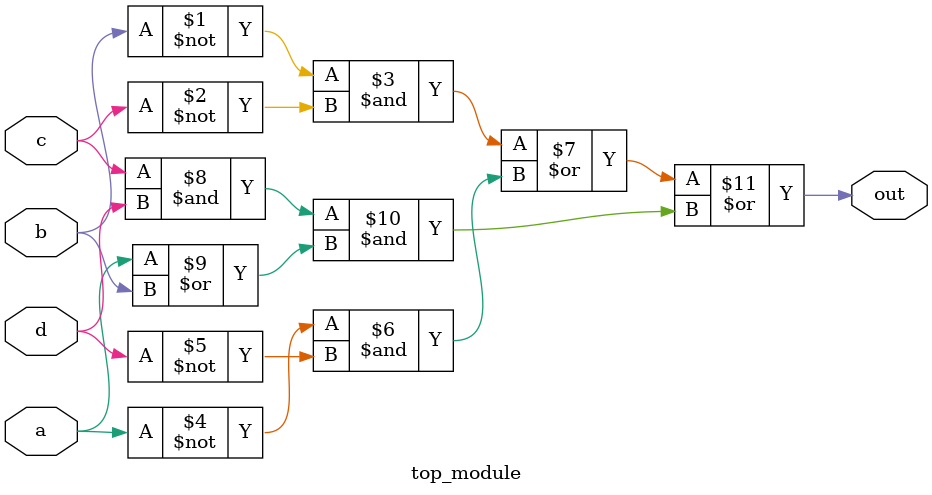
<source format=v>
module top_module(
    input a,
    input b,
    input c,
    input d,
    output out  ); 
    assign out = (~b&~c) | (~a&~d) | ((c&d)&(a|b)) ;

endmodule

</source>
